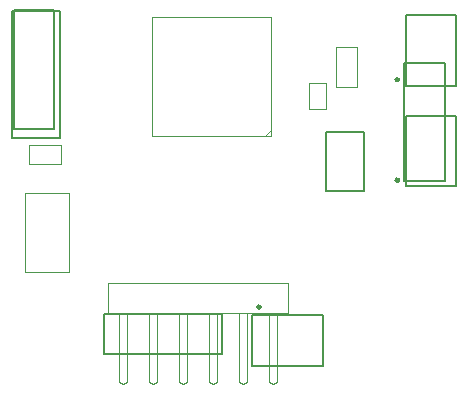
<source format=gbr>
%TF.GenerationSoftware,Altium Limited,Altium Designer,21.3.2 (30)*%
G04 Layer_Color=16711935*
%FSLAX44Y44*%
%MOMM*%
%TF.SameCoordinates,DF9C5644-7730-4CB0-946D-AD2690A7FF42*%
%TF.FilePolarity,Positive*%
%TF.FileFunction,Other,Mechanical_13*%
%TF.Part,Single*%
G01*
G75*
%TA.AperFunction,NonConductor*%
%ADD43C,0.2000*%
%ADD44C,0.1000*%
%ADD64C,0.3000*%
%ADD65C,0.1270*%
D43*
X581000Y768440D02*
X615000D01*
X581000D02*
Y868440D01*
X615000D01*
Y768440D02*
Y868440D01*
X911540Y823990D02*
X945540D01*
Y723990D02*
Y823990D01*
X911540Y723990D02*
X945540D01*
X911540D02*
Y823990D01*
X845060Y715410D02*
X877060D01*
Y765410D01*
X845060D02*
X877060D01*
X845060Y715410D02*
Y765410D01*
X579550Y867600D02*
X620050D01*
Y760100D02*
Y867600D01*
X579550Y760100D02*
X620050D01*
X579550D02*
Y867600D01*
X657390Y611520D02*
X757390D01*
Y577520D02*
Y611520D01*
X657390Y577520D02*
X757390D01*
X657390D02*
Y611520D01*
D44*
X752500Y554140D02*
Y612140D01*
X746100Y554140D02*
Y612140D01*
X749300Y552140D02*
X752500Y554140D01*
X746100D02*
X749300Y552140D01*
X669900Y554140D02*
X673100Y552140D01*
X676300Y554140D01*
X669900D02*
Y612140D01*
X676300Y554140D02*
Y612140D01*
X701700Y554140D02*
Y612140D01*
X695300Y554140D02*
Y612140D01*
X698500Y552140D02*
X701700Y554140D01*
X695300D02*
X698500Y552140D01*
X812800Y612140D02*
Y637540D01*
X660400Y612140D02*
X812800D01*
X660400D02*
Y637540D01*
X812800D01*
X720700Y554140D02*
X723900Y552140D01*
X727100Y554140D01*
X720700D02*
Y612140D01*
X727100Y554140D02*
Y612140D01*
X771500Y554140D02*
X774700Y552140D01*
X777900Y554140D01*
X771500D02*
Y612140D01*
X777900Y554140D02*
Y612140D01*
X803300Y554140D02*
Y612140D01*
X796900Y554140D02*
Y612140D01*
X800100Y552140D02*
X803300Y554140D01*
X796900D02*
X800100Y552140D01*
X627120Y647220D02*
Y714220D01*
X590120Y647220D02*
Y714220D01*
X627120D01*
X590120Y647220D02*
X627120D01*
X593610Y754760D02*
X620510D01*
X593610Y738760D02*
Y754760D01*
X620510Y738760D02*
Y754760D01*
X593610Y738760D02*
X620510D01*
X830950Y785290D02*
X845450D01*
X830950Y807290D02*
X845450D01*
Y785290D02*
Y807290D01*
X830950Y785290D02*
Y807290D01*
X853580Y803670D02*
X871080D01*
X853580Y837170D02*
X871080D01*
Y803670D02*
Y837170D01*
X853580Y803670D02*
Y837170D01*
X793192Y762522D02*
X798192Y767522D01*
Y762522D02*
Y862522D01*
X698192D02*
X798192D01*
X698192Y762522D02*
Y862522D01*
Y762522D02*
X798192D01*
D64*
X789380Y617260D02*
G03*
X789380Y617260I-1000J0D01*
G01*
X906470Y724880D02*
G03*
X906470Y724880I-1000J0D01*
G01*
Y809970D02*
G03*
X906470Y809970I-1000J0D01*
G01*
D65*
X782880Y610160D02*
X842880D01*
Y567660D02*
Y610160D01*
X782880Y567660D02*
X842880D01*
X782880D02*
Y610160D01*
X912570Y719380D02*
Y779380D01*
X955070D01*
Y719380D02*
Y779380D01*
X912570Y719380D02*
X955070D01*
X912570Y804470D02*
Y864470D01*
X955070D01*
Y804470D02*
Y864470D01*
X912570Y804470D02*
X955070D01*
%TF.MD5,a88567d2e5da8acd5e41478941f9b61d*%
M02*

</source>
